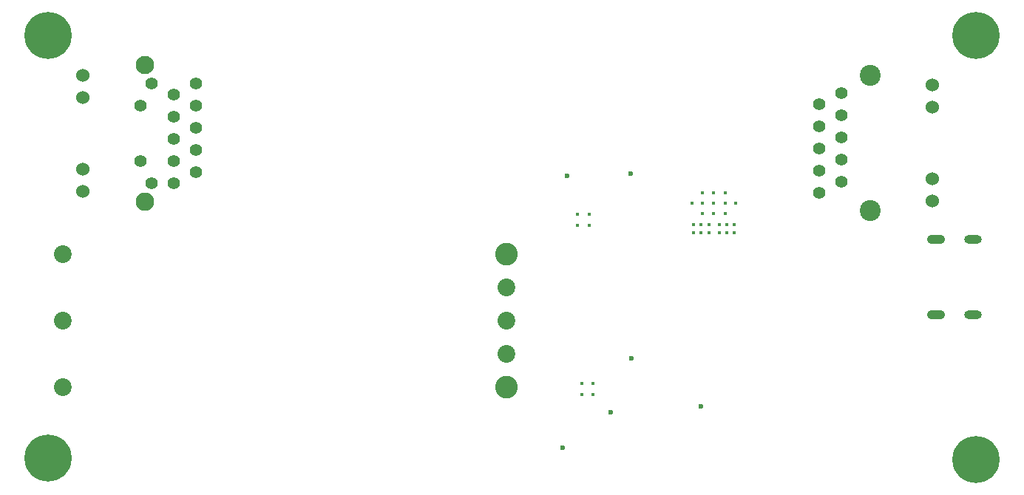
<source format=gbr>
%TF.GenerationSoftware,KiCad,Pcbnew,7.0.11+dfsg-1build4*%
%TF.CreationDate,2024-07-19T16:51:39+02:00*%
%TF.ProjectId,antmicro-poe-to-usbc-pd-adapter,616e746d-6963-4726-9f2d-706f652d746f,rev?*%
%TF.SameCoordinates,Original*%
%TF.FileFunction,Copper,L3,Inr*%
%TF.FilePolarity,Positive*%
%FSLAX46Y46*%
G04 Gerber Fmt 4.6, Leading zero omitted, Abs format (unit mm)*
G04 Created by KiCad (PCBNEW 7.0.11+dfsg-1build4) date 2024-07-19 16:51:39 commit  9a9195e *
%MOMM*%
%LPD*%
G01*
G04 APERTURE LIST*
%TA.AperFunction,ComponentPad*%
%ADD10C,5.400000*%
%TD*%
%TA.AperFunction,ComponentPad*%
%ADD11C,0.400000*%
%TD*%
%TA.AperFunction,ComponentPad*%
%ADD12C,0.450000*%
%TD*%
%TA.AperFunction,ComponentPad*%
%ADD13C,1.408000*%
%TD*%
%TA.AperFunction,ComponentPad*%
%ADD14C,1.530000*%
%TD*%
%TA.AperFunction,ComponentPad*%
%ADD15C,2.400000*%
%TD*%
%TA.AperFunction,ComponentPad*%
%ADD16C,1.397000*%
%TD*%
%TA.AperFunction,ComponentPad*%
%ADD17C,1.524000*%
%TD*%
%TA.AperFunction,ComponentPad*%
%ADD18C,2.100000*%
%TD*%
%TA.AperFunction,ComponentPad*%
%ADD19C,2.108200*%
%TD*%
%TA.AperFunction,ComponentPad*%
%ADD20O,2.100000X1.050000*%
%TD*%
%TA.AperFunction,ComponentPad*%
%ADD21O,2.000000X1.000000*%
%TD*%
%TA.AperFunction,ComponentPad*%
%ADD22C,2.030000*%
%TD*%
%TA.AperFunction,ComponentPad*%
%ADD23C,2.590000*%
%TD*%
%TA.AperFunction,ViaPad*%
%ADD24C,0.600000*%
%TD*%
G04 APERTURE END LIST*
D10*
%TO.N,N/C*%
%TO.C,REF\u002A\u002A*%
X237800000Y-177000000D03*
%TD*%
D11*
%TO.N,GND*%
%TO.C,U2*%
X193940000Y-168240000D03*
X192670000Y-168240000D03*
X193940000Y-169540000D03*
X192670000Y-169540000D03*
%TD*%
D12*
%TO.N,/USBPD_output/DRAIN2*%
%TO.C,U6*%
X205424000Y-150998000D03*
X206301000Y-150998000D03*
X207175000Y-150998000D03*
X205424000Y-150048000D03*
X206301000Y-150048000D03*
X207174000Y-150048000D03*
%TO.N,/USBPD_output/DRAIN1*%
X208349000Y-150998000D03*
X209226000Y-150998000D03*
X210101000Y-150998000D03*
X208349000Y-150048000D03*
X209226000Y-150048000D03*
X210100000Y-150048000D03*
%TO.N,GND*%
X209073000Y-148799000D03*
X206430000Y-148797000D03*
X207751000Y-148797000D03*
X205247000Y-147599000D03*
X206424000Y-147599000D03*
X209073000Y-147599000D03*
X210247000Y-147599000D03*
X207751000Y-147597000D03*
X206424000Y-146399000D03*
X207750000Y-146399000D03*
X209073000Y-146399000D03*
%TD*%
D13*
%TO.N,/PoE_supply/MDI0_P*%
%TO.C,J2*%
X219829000Y-146405000D03*
%TO.N,/PoE_supply/MDI0_N*%
X222370000Y-145135000D03*
%TO.N,/PoE_supply/MDI1_P*%
X219829000Y-143865000D03*
%TO.N,/PoE_supply/MDI2_P*%
X222370000Y-142595000D03*
%TO.N,/PoE_supply/MDI2_N*%
X219829000Y-141325000D03*
%TO.N,/PoE_supply/MDI1_N*%
X222370000Y-140054000D03*
%TO.N,/PoE_supply/MDI3_P*%
X219829000Y-138785000D03*
%TO.N,/PoE_supply/MDI3_N*%
X222370000Y-137514000D03*
%TO.N,Net-(J2-VCC)*%
X219829000Y-136245000D03*
%TO.N,Net-(J2-GND)*%
X222370000Y-134975000D03*
D14*
%TO.N,unconnected-(J2-LED1_Y+-Pad11)*%
X232800000Y-147320000D03*
%TO.N,unconnected-(J2-LED1_Y--Pad12)*%
X232800000Y-144780000D03*
%TO.N,unconnected-(J2-LED2_G+-Pad13)*%
X232800000Y-136600000D03*
%TO.N,unconnected-(J2-LED2_G--Pad14)*%
X232800000Y-134059000D03*
D15*
%TO.N,Net-(C36-Pad1)*%
X225671000Y-148435000D03*
X225671000Y-132943000D03*
%TD*%
D10*
%TO.N,N/C*%
%TO.C,REF\u002A\u002A*%
X131500000Y-176800000D03*
%TD*%
%TO.N,N/C*%
%TO.C,REF\u002A\u002A*%
X237800000Y-128400000D03*
%TD*%
%TO.N,N/C*%
%TO.C,REF\u002A\u002A*%
X131500000Y-128400000D03*
%TD*%
D16*
%TO.N,/PoE_supply/MDI0_P*%
%TO.C,J1*%
X148434000Y-133903000D03*
%TO.N,/PoE_supply/MDI0_N*%
X145895000Y-135172000D03*
%TO.N,/PoE_supply/MDI1_P*%
X148434000Y-136442000D03*
%TO.N,/PoE_supply/P4*%
X145895000Y-137712000D03*
X148434000Y-138981000D03*
%TO.N,/PoE_supply/MDI1_N*%
X145895000Y-140252000D03*
%TO.N,/PoE_supply/MDI2_P*%
X148434000Y-141521000D03*
%TO.N,/PoE_supply/MDI2_N*%
X145895000Y-142793000D03*
%TO.N,/PoE_supply/MDI3_P*%
X148434000Y-144062000D03*
%TO.N,/PoE_supply/MDI3_N*%
X145895000Y-145332000D03*
%TO.N,/PoE_supply/VC1*%
X143356000Y-133903000D03*
%TO.N,/PoE_supply/VC2*%
X142095000Y-136442000D03*
%TO.N,/PoE_supply/VC3*%
X142095000Y-142793000D03*
%TO.N,/PoE_supply/VC4*%
X143364000Y-145332000D03*
D17*
%TO.N,unconnected-(J1-LED_GRN+-Pad15)*%
X135476000Y-132976000D03*
%TO.N,unconnected-(J1-LED_GRN--Pad16)*%
X135476000Y-135517000D03*
%TO.N,unconnected-(J1-LED_YEL+-Pad17)*%
X135476000Y-143717000D03*
%TO.N,unconnected-(J1-LED_YEL--Pad18)*%
X135476000Y-146258000D03*
D18*
%TO.N,Net-(C35-Pad1)*%
X142584000Y-131767000D03*
D19*
X142584000Y-147466000D03*
%TD*%
D11*
%TO.N,GND*%
%TO.C,U7*%
X192165000Y-148860000D03*
X192165000Y-150130000D03*
X193465000Y-148860000D03*
X193465000Y-150130000D03*
%TD*%
D20*
%TO.N,Net-(FB1-Pad1)*%
%TO.C,J3*%
X233219000Y-160400000D03*
D21*
X237400000Y-160400000D03*
D20*
X233219000Y-151759000D03*
D21*
X237400000Y-151759000D03*
%TD*%
D22*
%TO.N,/PoE_supply/VDD*%
%TO.C,U4*%
X133220000Y-153480000D03*
%TO.N,Net-(Q1-D)*%
X133220000Y-161100000D03*
%TO.N,GNDD*%
X133220000Y-168720000D03*
D23*
%TO.N,GND*%
X184020000Y-168720000D03*
D22*
X184020000Y-164910000D03*
%TO.N,Net-(U4-TRIM)*%
X184020000Y-161100000D03*
%TO.N,+28V*%
X184020000Y-157290000D03*
D23*
X184020000Y-153480000D03*
%TD*%
D24*
%TO.N,VBUS*%
X190400000Y-175600000D03*
X206300000Y-170900000D03*
%TO.N,Net-(D5-C)*%
X198208334Y-144200000D03*
X190908334Y-144500000D03*
%TO.N,Net-(D4-C)*%
X198300000Y-165400000D03*
X195900000Y-171600000D03*
%TD*%
M02*

</source>
